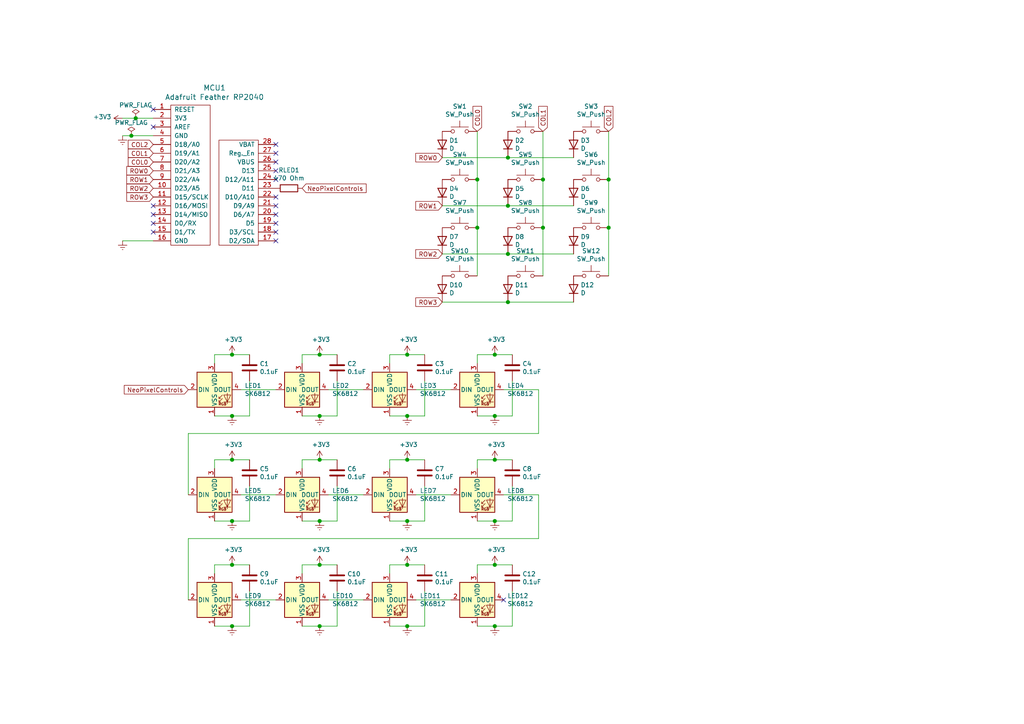
<source format=kicad_sch>
(kicad_sch (version 20210621) (generator eeschema)
  (paper "A4")
  (lib_symbols
    (symbol "MCU_AdafruitFeather:Adafruit_Feather_Conn" (pin_names (offset 1.016))
      (property "Reference" "J" (at -10.16 34.29 0))
      (property "Value" "Adafruit_Feather_Conn" (at 0 -8.89 0))
      (symbol "Adafruit_Feather_Conn_0_1"
        (rectangle (start -12.7 33.02) (end -1.27 -7.62))
        (rectangle (start 1.27 -7.62) (end 12.7 22.86))
      )
      (symbol "Adafruit_Feather_Conn_1_1"
        (pin input line (at -17.78 31.75 0) (length 5.08) (name "RESET") (number "1"))
        (pin input line (at -17.78 8.89 0) (length 5.08) (name "D23/A5") (number "10"))
        (pin input line (at -17.78 6.35 0) (length 5.08) (name "D15/SCLK") (number "11"))
        (pin input line (at -17.78 3.81 0) (length 5.08) (name "D16/MOSI") (number "12"))
        (pin input line (at -17.78 1.27 0) (length 5.08) (name "D14/MISO") (number "13"))
        (pin input line (at -17.78 -1.27 0) (length 5.08) (name "D0/RX") (number "14"))
        (pin input line (at -17.78 -3.81 0) (length 5.08) (name "D1/TX") (number "15"))
        (pin input line (at -17.78 -6.35 0) (length 5.08) (name "GND") (number "16"))
        (pin input line (at 17.78 -6.35 180) (length 5.08) (name "D2/SDA") (number "17"))
        (pin input line (at 17.78 -3.81 180) (length 5.08) (name "D3/SCL") (number "18"))
        (pin input line (at 17.78 -1.27 180) (length 5.08) (name "D5") (number "19"))
        (pin input line (at -17.78 29.21 0) (length 5.08) (name "3V3") (number "2"))
        (pin input line (at 17.78 1.27 180) (length 5.08) (name "D6/A7") (number "20"))
        (pin input line (at 17.78 3.81 180) (length 5.08) (name "D9/A9") (number "21"))
        (pin input line (at 17.78 6.35 180) (length 5.08) (name "D10/A10") (number "22"))
        (pin input line (at 17.78 8.89 180) (length 5.08) (name "D11") (number "23"))
        (pin input line (at 17.78 11.43 180) (length 5.08) (name "D12/A11") (number "24"))
        (pin input line (at 17.78 13.97 180) (length 5.08) (name "D13") (number "25"))
        (pin input line (at 17.78 16.51 180) (length 5.08) (name "VBUS") (number "26"))
        (pin passive line (at 17.78 19.05 180) (length 5.08) (name "Reg._En") (number "27"))
        (pin passive line (at 17.78 21.59 180) (length 5.08) (name "VBAT") (number "28"))
        (pin passive line (at -17.78 26.67 0) (length 5.08) (name "AREF") (number "3"))
        (pin input line (at -17.78 24.13 0) (length 5.08) (name "GND") (number "4"))
        (pin input line (at -17.78 21.59 0) (length 5.08) (name "D18/A0") (number "5"))
        (pin input line (at -17.78 19.05 0) (length 5.08) (name "D19/A1") (number "6"))
        (pin input line (at -17.78 16.51 0) (length 5.08) (name "D20/A2") (number "7"))
        (pin input line (at -17.78 13.97 0) (length 5.08) (name "D21/A3") (number "8"))
        (pin input line (at -17.78 11.43 0) (length 5.08) (name "D22/A4") (number "9"))
      )
    )
    (symbol "Macropad-rescue:+3V3-power" (power) (pin_names (offset 0))
      (property "Value" "+3V3-power" (at 0 3.556 0))
      (symbol "+3V3-power_0_1"
        (polyline (pts (xy -0.762 1.27) (xy 0 2.54)))
        (polyline (pts (xy 0 0) (xy 0 2.54)))
        (polyline (pts (xy 0 2.54) (xy 0.762 1.27)))
      )
      (symbol "+3V3-power_1_1"
        (pin power_in line (at 0 0 90) (length 0) hide (name "+3V3") (number "1"))
      )
    )
    (symbol "Macropad-rescue:C-Device" (pin_numbers hide) (pin_names (offset 0.254))
      (property "Reference" "C" (at 0.635 2.54 0))
      (property "Value" "C-Device" (at 0.635 -2.54 0))
      (symbol "C-Device_0_1"
        (polyline (pts (xy -2.032 -0.762) (xy 2.032 -0.762)) (stroke (width 0.508)))
        (polyline (pts (xy -2.032 0.762) (xy 2.032 0.762)) (stroke (width 0.508)))
      )
      (symbol "C-Device_1_1"
        (pin passive line (at 0 3.81 270) (length 2.794) (name "~") (number "1"))
        (pin passive line (at 0 -3.81 90) (length 2.794) (name "~") (number "2"))
      )
    )
    (symbol "Macropad-rescue:D-Device" (pin_numbers hide) (pin_names (offset 1.016) hide)
      (property "Reference" "D" (at 0 2.54 0))
      (property "Value" "D-Device" (at 0 -2.54 0))
      (symbol "D-Device_0_1"
        (polyline (pts (xy -1.27 1.27) (xy -1.27 -1.27)) (stroke (width 0.254)))
        (polyline (pts (xy 1.27 0) (xy -1.27 0)))
        (polyline (pts (xy 1.27 1.27) (xy 1.27 -1.27) (xy -1.27 0) (xy 1.27 1.27)) (stroke (width 0.254)))
      )
      (symbol "D-Device_1_1"
        (pin passive line (at -3.81 0 0) (length 2.54) (name "K") (number "1"))
        (pin passive line (at 3.81 0 180) (length 2.54) (name "A") (number "2"))
      )
    )
    (symbol "Macropad-rescue:Earth-power" (power) (pin_names (offset 0))
      (symbol "Earth-power_0_1"
        (polyline (pts (xy -0.635 -1.905) (xy 0.635 -1.905)))
        (polyline (pts (xy -0.127 -2.54) (xy 0.127 -2.54)))
        (polyline (pts (xy 0 -1.27) (xy 0 0)))
        (polyline (pts (xy 1.27 -1.27) (xy -1.27 -1.27)))
      )
      (symbol "Earth-power_1_1"
        (pin power_in line (at 0 0 270) (length 0) hide (name "Earth") (number "1"))
      )
    )
    (symbol "Macropad-rescue:R-Device" (pin_numbers hide) (pin_names (offset 0))
      (property "Reference" "R" (at 2.032 0 90))
      (property "Value" "R-Device" (at 0 0 90))
      (symbol "R-Device_0_1"
        (rectangle (start -1.016 -2.54) (end 1.016 2.54) (stroke (width 0.254)))
      )
      (symbol "R-Device_1_1"
        (pin passive line (at 0 3.81 270) (length 1.27) (name "~") (number "1"))
        (pin passive line (at 0 -3.81 90) (length 1.27) (name "~") (number "2"))
      )
    )
    (symbol "Macropad-rescue:SK6812-LED" (pin_names (offset 0.254))
      (property "Reference" "D" (at 5.08 5.715 0))
      (property "Value" "SK6812-LED" (at 1.27 -5.715 0))
      (symbol "SK6812-LED_0_0"
        (text "RGB" (at 2.286 -4.191 0) (effects (font (size 0.762 0.762))))
      )
      (symbol "SK6812-LED_0_1"
        (rectangle (start 5.08 5.08) (end -5.08 -5.08) (stroke (width 0.254)) (fill (type background)))
        (polyline (pts (xy 1.27 -3.556) (xy 1.778 -3.556)))
        (polyline (pts (xy 1.27 -2.54) (xy 1.778 -2.54)))
        (polyline (pts (xy 4.699 -3.556) (xy 2.667 -3.556)))
        (polyline (pts (xy 2.286 -2.54) (xy 1.27 -3.556) (xy 1.27 -3.048)))
        (polyline (pts (xy 2.286 -1.524) (xy 1.27 -2.54) (xy 1.27 -2.032)))
        (polyline (pts (xy 3.683 -1.016) (xy 3.683 -3.556) (xy 3.683 -4.064)))
        (polyline (pts (xy 4.699 -1.524) (xy 2.667 -1.524) (xy 3.683 -3.556) (xy 4.699 -1.524)))
      )
      (symbol "SK6812-LED_1_1"
        (pin power_in line (at 0 -7.62 90) (length 2.54) (name "VSS") (number "1"))
        (pin input line (at -7.62 0 0) (length 2.54) (name "DIN") (number "2"))
        (pin power_in line (at 0 7.62 270) (length 2.54) (name "VDD") (number "3"))
        (pin output line (at 7.62 0 180) (length 2.54) (name "DOUT") (number "4"))
      )
    )
    (symbol "Macropad-rescue:SW_Push-Switch" (pin_numbers hide) (pin_names (offset 1.016) hide)
      (property "Reference" "SW" (at 1.27 2.54 0))
      (property "Value" "SW_Push-Switch" (at 0 -1.524 0))
      (symbol "SW_Push-Switch_0_1"
        (circle (center -2.032 0) (radius 0.508))
        (circle (center 2.032 0) (radius 0.508))
        (polyline (pts (xy 0 1.27) (xy 0 3.048)))
        (polyline (pts (xy 2.54 1.27) (xy -2.54 1.27)))
        (pin passive line (at -5.08 0 0) (length 2.54) (name "1") (number "1"))
        (pin passive line (at 5.08 0 180) (length 2.54) (name "2") (number "2"))
      )
    )
    (symbol "power:PWR_FLAG" (power) (pin_numbers hide) (pin_names (offset 0) hide)
      (property "Value" "PWR_FLAG" (at 0 3.81 0))
      (symbol "PWR_FLAG_0_0"
        (pin power_out line (at 0 0 90) (length 0) (name "pwr") (number "1"))
      )
      (symbol "PWR_FLAG_0_1"
        (polyline (pts (xy 0 0) (xy 0 1.27) (xy -1.016 1.905) (xy 0 2.54) (xy 1.016 1.905) (xy 0 1.27)))
      )
    )
  )
  (junction (at 38.1 39.37) (diameter 1.016))
  (junction (at 39.37 34.29) (diameter 1.016))
  (junction (at 67.31 102.87) (diameter 1.016))
  (junction (at 67.31 120.65) (diameter 1.016))
  (junction (at 67.31 133.35) (diameter 1.016))
  (junction (at 67.31 151.13) (diameter 1.016))
  (junction (at 67.31 163.83) (diameter 1.016))
  (junction (at 67.31 181.61) (diameter 1.016))
  (junction (at 92.71 102.87) (diameter 1.016))
  (junction (at 92.71 120.65) (diameter 1.016))
  (junction (at 92.71 133.35) (diameter 1.016))
  (junction (at 92.71 151.13) (diameter 1.016))
  (junction (at 92.71 163.83) (diameter 1.016))
  (junction (at 92.71 181.61) (diameter 1.016))
  (junction (at 118.11 102.87) (diameter 1.016))
  (junction (at 118.11 120.65) (diameter 1.016))
  (junction (at 118.11 133.35) (diameter 1.016))
  (junction (at 118.11 151.13) (diameter 1.016))
  (junction (at 118.11 163.83) (diameter 1.016))
  (junction (at 118.11 181.61) (diameter 1.016))
  (junction (at 138.43 52.07) (diameter 1.016))
  (junction (at 138.43 66.04) (diameter 1.016))
  (junction (at 143.51 102.87) (diameter 1.016))
  (junction (at 143.51 120.65) (diameter 1.016))
  (junction (at 143.51 133.35) (diameter 1.016))
  (junction (at 143.51 151.13) (diameter 1.016))
  (junction (at 143.51 163.83) (diameter 1.016))
  (junction (at 143.51 181.61) (diameter 1.016))
  (junction (at 147.32 45.72) (diameter 1.016))
  (junction (at 147.32 59.69) (diameter 1.016))
  (junction (at 147.32 73.66) (diameter 1.016))
  (junction (at 147.32 87.63) (diameter 1.016))
  (junction (at 157.48 52.07) (diameter 1.016))
  (junction (at 157.48 66.04) (diameter 1.016))
  (junction (at 176.53 52.07) (diameter 1.016))
  (junction (at 176.53 66.04) (diameter 1.016))
  (no_connect (at 44.45 31.75))
  (no_connect (at 44.45 36.83))
  (no_connect (at 44.45 59.69))
  (no_connect (at 44.45 62.23))
  (no_connect (at 44.45 64.77))
  (no_connect (at 44.45 67.31))
  (no_connect (at 80.01 41.91))
  (no_connect (at 80.01 44.45))
  (no_connect (at 80.01 46.99))
  (no_connect (at 80.01 49.53))
  (no_connect (at 80.01 52.07))
  (no_connect (at 80.01 57.15))
  (no_connect (at 80.01 59.69))
  (no_connect (at 80.01 62.23))
  (no_connect (at 80.01 64.77))
  (no_connect (at 80.01 67.31))
  (no_connect (at 80.01 69.85))
  (no_connect (at 146.05 173.99))
  (wire (pts (xy 35.56 34.29) (xy 39.37 34.29)))
  (wire (pts (xy 35.56 39.37) (xy 38.1 39.37)))
  (wire (pts (xy 35.56 69.85) (xy 44.45 69.85)))
  (wire (pts (xy 38.1 39.37) (xy 44.45 39.37)))
  (wire (pts (xy 39.37 34.29) (xy 44.45 34.29)))
  (wire (pts (xy 54.61 125.73) (xy 54.61 143.51)))
  (wire (pts (xy 54.61 156.21) (xy 54.61 173.99)))
  (wire (pts (xy 62.23 102.87) (xy 62.23 105.41)))
  (wire (pts (xy 62.23 120.65) (xy 67.31 120.65)))
  (wire (pts (xy 62.23 133.35) (xy 62.23 135.89)))
  (wire (pts (xy 62.23 151.13) (xy 67.31 151.13)))
  (wire (pts (xy 62.23 163.83) (xy 62.23 166.37)))
  (wire (pts (xy 62.23 181.61) (xy 67.31 181.61)))
  (wire (pts (xy 67.31 102.87) (xy 62.23 102.87)))
  (wire (pts (xy 67.31 120.65) (xy 72.39 120.65)))
  (wire (pts (xy 67.31 133.35) (xy 62.23 133.35)))
  (wire (pts (xy 67.31 151.13) (xy 72.39 151.13)))
  (wire (pts (xy 67.31 163.83) (xy 62.23 163.83)))
  (wire (pts (xy 67.31 181.61) (xy 72.39 181.61)))
  (wire (pts (xy 72.39 102.87) (xy 67.31 102.87)))
  (wire (pts (xy 72.39 120.65) (xy 72.39 110.49)))
  (wire (pts (xy 72.39 133.35) (xy 67.31 133.35)))
  (wire (pts (xy 72.39 151.13) (xy 72.39 140.97)))
  (wire (pts (xy 72.39 163.83) (xy 67.31 163.83)))
  (wire (pts (xy 72.39 181.61) (xy 72.39 171.45)))
  (wire (pts (xy 80.01 113.03) (xy 69.85 113.03)))
  (wire (pts (xy 80.01 143.51) (xy 69.85 143.51)))
  (wire (pts (xy 80.01 173.99) (xy 69.85 173.99)))
  (wire (pts (xy 87.63 102.87) (xy 87.63 105.41)))
  (wire (pts (xy 87.63 120.65) (xy 92.71 120.65)))
  (wire (pts (xy 87.63 133.35) (xy 87.63 135.89)))
  (wire (pts (xy 87.63 151.13) (xy 92.71 151.13)))
  (wire (pts (xy 87.63 163.83) (xy 87.63 166.37)))
  (wire (pts (xy 87.63 181.61) (xy 92.71 181.61)))
  (wire (pts (xy 92.71 102.87) (xy 87.63 102.87)))
  (wire (pts (xy 92.71 120.65) (xy 97.79 120.65)))
  (wire (pts (xy 92.71 133.35) (xy 87.63 133.35)))
  (wire (pts (xy 92.71 151.13) (xy 97.79 151.13)))
  (wire (pts (xy 92.71 163.83) (xy 87.63 163.83)))
  (wire (pts (xy 92.71 181.61) (xy 97.79 181.61)))
  (wire (pts (xy 97.79 102.87) (xy 92.71 102.87)))
  (wire (pts (xy 97.79 120.65) (xy 97.79 110.49)))
  (wire (pts (xy 97.79 133.35) (xy 92.71 133.35)))
  (wire (pts (xy 97.79 151.13) (xy 97.79 140.97)))
  (wire (pts (xy 97.79 163.83) (xy 92.71 163.83)))
  (wire (pts (xy 97.79 181.61) (xy 97.79 171.45)))
  (wire (pts (xy 105.41 113.03) (xy 95.25 113.03)))
  (wire (pts (xy 105.41 143.51) (xy 95.25 143.51)))
  (wire (pts (xy 105.41 173.99) (xy 95.25 173.99)))
  (wire (pts (xy 113.03 102.87) (xy 113.03 105.41)))
  (wire (pts (xy 113.03 120.65) (xy 118.11 120.65)))
  (wire (pts (xy 113.03 133.35) (xy 113.03 135.89)))
  (wire (pts (xy 113.03 151.13) (xy 118.11 151.13)))
  (wire (pts (xy 113.03 163.83) (xy 113.03 166.37)))
  (wire (pts (xy 113.03 181.61) (xy 118.11 181.61)))
  (wire (pts (xy 118.11 102.87) (xy 113.03 102.87)))
  (wire (pts (xy 118.11 120.65) (xy 123.19 120.65)))
  (wire (pts (xy 118.11 133.35) (xy 113.03 133.35)))
  (wire (pts (xy 118.11 151.13) (xy 123.19 151.13)))
  (wire (pts (xy 118.11 163.83) (xy 113.03 163.83)))
  (wire (pts (xy 118.11 181.61) (xy 123.19 181.61)))
  (wire (pts (xy 123.19 102.87) (xy 118.11 102.87)))
  (wire (pts (xy 123.19 120.65) (xy 123.19 110.49)))
  (wire (pts (xy 123.19 133.35) (xy 118.11 133.35)))
  (wire (pts (xy 123.19 151.13) (xy 123.19 140.97)))
  (wire (pts (xy 123.19 163.83) (xy 118.11 163.83)))
  (wire (pts (xy 123.19 181.61) (xy 123.19 171.45)))
  (wire (pts (xy 128.27 45.72) (xy 147.32 45.72)))
  (wire (pts (xy 128.27 59.69) (xy 147.32 59.69)))
  (wire (pts (xy 128.27 73.66) (xy 147.32 73.66)))
  (wire (pts (xy 128.27 87.63) (xy 147.32 87.63)))
  (wire (pts (xy 130.81 113.03) (xy 120.65 113.03)))
  (wire (pts (xy 130.81 143.51) (xy 120.65 143.51)))
  (wire (pts (xy 130.81 173.99) (xy 120.65 173.99)))
  (wire (pts (xy 138.43 38.1) (xy 138.43 52.07)))
  (wire (pts (xy 138.43 52.07) (xy 138.43 66.04)))
  (wire (pts (xy 138.43 66.04) (xy 138.43 80.01)))
  (wire (pts (xy 138.43 102.87) (xy 138.43 105.41)))
  (wire (pts (xy 138.43 120.65) (xy 143.51 120.65)))
  (wire (pts (xy 138.43 133.35) (xy 138.43 135.89)))
  (wire (pts (xy 138.43 151.13) (xy 143.51 151.13)))
  (wire (pts (xy 138.43 163.83) (xy 138.43 166.37)))
  (wire (pts (xy 138.43 181.61) (xy 143.51 181.61)))
  (wire (pts (xy 143.51 102.87) (xy 138.43 102.87)))
  (wire (pts (xy 143.51 120.65) (xy 148.59 120.65)))
  (wire (pts (xy 143.51 133.35) (xy 138.43 133.35)))
  (wire (pts (xy 143.51 151.13) (xy 148.59 151.13)))
  (wire (pts (xy 143.51 163.83) (xy 138.43 163.83)))
  (wire (pts (xy 143.51 181.61) (xy 148.59 181.61)))
  (wire (pts (xy 146.05 113.03) (xy 156.21 113.03)))
  (wire (pts (xy 146.05 143.51) (xy 156.21 143.51)))
  (wire (pts (xy 147.32 45.72) (xy 166.37 45.72)))
  (wire (pts (xy 147.32 59.69) (xy 166.37 59.69)))
  (wire (pts (xy 147.32 73.66) (xy 166.37 73.66)))
  (wire (pts (xy 147.32 87.63) (xy 166.37 87.63)))
  (wire (pts (xy 148.59 102.87) (xy 143.51 102.87)))
  (wire (pts (xy 148.59 120.65) (xy 148.59 110.49)))
  (wire (pts (xy 148.59 133.35) (xy 143.51 133.35)))
  (wire (pts (xy 148.59 151.13) (xy 148.59 140.97)))
  (wire (pts (xy 148.59 163.83) (xy 143.51 163.83)))
  (wire (pts (xy 148.59 181.61) (xy 148.59 171.45)))
  (wire (pts (xy 156.21 113.03) (xy 156.21 125.73)))
  (wire (pts (xy 156.21 125.73) (xy 54.61 125.73)))
  (wire (pts (xy 156.21 143.51) (xy 156.21 156.21)))
  (wire (pts (xy 156.21 156.21) (xy 54.61 156.21)))
  (wire (pts (xy 157.48 38.1) (xy 157.48 52.07)))
  (wire (pts (xy 157.48 52.07) (xy 157.48 66.04)))
  (wire (pts (xy 157.48 66.04) (xy 157.48 80.01)))
  (wire (pts (xy 176.53 38.1) (xy 176.53 52.07)))
  (wire (pts (xy 176.53 52.07) (xy 176.53 66.04)))
  (wire (pts (xy 176.53 66.04) (xy 176.53 80.01)))
  (global_label "COL2" (shape input) (at 44.45 41.91 180) (property "Intersheet References" "${INTERSHEET_REFS}" (effects hide)))
  (global_label "COL1" (shape input) (at 44.45 44.45 180) (property "Intersheet References" "${INTERSHEET_REFS}" (effects hide)))
  (global_label "COL0" (shape input) (at 44.45 46.99 180) (property "Intersheet References" "${INTERSHEET_REFS}" (effects hide)))
  (global_label "ROW0" (shape input) (at 44.45 49.53 180) (property "Intersheet References" "${INTERSHEET_REFS}" (effects hide)))
  (global_label "ROW1" (shape input) (at 44.45 52.07 180) (property "Intersheet References" "${INTERSHEET_REFS}" (effects hide)))
  (global_label "ROW2" (shape input) (at 44.45 54.61 180) (property "Intersheet References" "${INTERSHEET_REFS}" (effects hide)))
  (global_label "ROW3" (shape input) (at 44.45 57.15 180) (property "Intersheet References" "${INTERSHEET_REFS}" (effects hide)))
  (global_label "NeoPixelControls" (shape input) (at 54.61 113.03 180) (property "Intersheet References" "${INTERSHEET_REFS}" (effects hide)))
  (global_label "NeoPixelControls" (shape input) (at 87.63 54.61 0) (property "Intersheet References" "${INTERSHEET_REFS}" (effects hide)))
  (global_label "ROW0" (shape input) (at 128.27 45.72 180) (property "Intersheet References" "${INTERSHEET_REFS}" (effects hide)))
  (global_label "ROW1" (shape input) (at 128.27 59.69 180) (property "Intersheet References" "${INTERSHEET_REFS}" (effects hide)))
  (global_label "ROW2" (shape input) (at 128.27 73.66 180) (property "Intersheet References" "${INTERSHEET_REFS}" (effects hide)))
  (global_label "ROW3" (shape input) (at 128.27 87.63 180) (property "Intersheet References" "${INTERSHEET_REFS}" (effects hide)))
  (global_label "COL0" (shape input) (at 138.43 38.1 90) (property "Intersheet References" "${INTERSHEET_REFS}" (effects hide)))
  (global_label "COL1" (shape input) (at 157.48 38.1 90) (property "Intersheet References" "${INTERSHEET_REFS}" (effects hide)))
  (global_label "COL2" (shape input) (at 176.53 38.1 90) (property "Intersheet References" "${INTERSHEET_REFS}" (effects hide)))
  (symbol (lib_id "Macropad-rescue:+3V3-power") (at 35.56 34.29 90) (unit 1)
    (property "Reference" "#PWR01" (effects hide))
    (property "Value" "+3V3" (at 32.3088 33.909 90) (effects (justify left)))
  )
  (symbol (lib_id "Macropad-rescue:+3V3-power") (at 67.31 102.87 0) (unit 1)
    (property "Reference" "#PWR04" (effects hide))
    (property "Value" "+3V3" (at 67.691 98.4758 0))
  )
  (symbol (lib_id "Macropad-rescue:+3V3-power") (at 67.31 133.35 0) (unit 1)
    (property "Reference" "#PWR012" (effects hide))
    (property "Value" "+3V3" (at 67.691 128.9558 0))
  )
  (symbol (lib_id "Macropad-rescue:+3V3-power") (at 67.31 163.83 0) (unit 1)
    (property "Reference" "#PWR020" (effects hide))
    (property "Value" "+3V3" (at 67.691 159.4358 0))
  )
  (symbol (lib_id "Macropad-rescue:+3V3-power") (at 92.71 102.87 0) (unit 1)
    (property "Reference" "#PWR05" (effects hide))
    (property "Value" "+3V3" (at 93.091 98.4758 0))
  )
  (symbol (lib_id "Macropad-rescue:+3V3-power") (at 92.71 133.35 0) (unit 1)
    (property "Reference" "#PWR013" (effects hide))
    (property "Value" "+3V3" (at 93.091 128.9558 0))
  )
  (symbol (lib_id "Macropad-rescue:+3V3-power") (at 92.71 163.83 0) (unit 1)
    (property "Reference" "#PWR021" (effects hide))
    (property "Value" "+3V3" (at 93.091 159.4358 0))
  )
  (symbol (lib_id "Macropad-rescue:+3V3-power") (at 118.11 102.87 0) (unit 1)
    (property "Reference" "#PWR06" (effects hide))
    (property "Value" "+3V3" (at 118.491 98.4758 0))
  )
  (symbol (lib_id "Macropad-rescue:+3V3-power") (at 118.11 133.35 0) (unit 1)
    (property "Reference" "#PWR014" (effects hide))
    (property "Value" "+3V3" (at 118.491 128.9558 0))
  )
  (symbol (lib_id "Macropad-rescue:+3V3-power") (at 118.11 163.83 0) (unit 1)
    (property "Reference" "#PWR022" (effects hide))
    (property "Value" "+3V3" (at 118.491 159.4358 0))
  )
  (symbol (lib_id "Macropad-rescue:+3V3-power") (at 143.51 102.87 0) (unit 1)
    (property "Reference" "#PWR07" (effects hide))
    (property "Value" "+3V3" (at 143.891 98.4758 0))
  )
  (symbol (lib_id "Macropad-rescue:+3V3-power") (at 143.51 133.35 0) (unit 1)
    (property "Reference" "#PWR015" (effects hide))
    (property "Value" "+3V3" (at 143.891 128.9558 0))
  )
  (symbol (lib_id "Macropad-rescue:+3V3-power") (at 143.51 163.83 0) (unit 1)
    (property "Reference" "#PWR023" (effects hide))
    (property "Value" "+3V3" (at 143.891 159.4358 0))
  )
  (symbol (lib_id "power:PWR_FLAG") (at 38.1 39.37 0) (unit 1)
    (property "Reference" "#FLG02" (effects hide))
    (property "Value" "PWR_FLAG" (at 38.1 35.56 0))
  )
  (symbol (lib_id "power:PWR_FLAG") (at 39.37 34.29 0) (unit 1)
    (property "Reference" "#FLG01" (effects hide))
    (property "Value" "PWR_FLAG" (at 39.37 30.48 0))
  )
  (symbol (lib_id "Macropad-rescue:Earth-power") (at 35.56 39.37 0) (unit 1)
    (property "Reference" "#PWR02" (effects hide))
    (property "Value" "Earth" (effects hide))
  )
  (symbol (lib_id "Macropad-rescue:Earth-power") (at 35.56 69.85 0) (unit 1)
    (property "Reference" "#PWR03" (effects hide))
    (property "Value" "Earth" (effects hide))
  )
  (symbol (lib_id "Macropad-rescue:Earth-power") (at 67.31 120.65 0) (unit 1)
    (property "Reference" "#PWR08" (effects hide))
    (property "Value" "Earth" (effects hide))
  )
  (symbol (lib_id "Macropad-rescue:Earth-power") (at 67.31 151.13 0) (unit 1)
    (property "Reference" "#PWR016" (effects hide))
    (property "Value" "Earth" (effects hide))
  )
  (symbol (lib_id "Macropad-rescue:Earth-power") (at 67.31 181.61 0) (unit 1)
    (property "Reference" "#PWR024" (effects hide))
    (property "Value" "Earth" (effects hide))
  )
  (symbol (lib_id "Macropad-rescue:Earth-power") (at 92.71 120.65 0) (unit 1)
    (property "Reference" "#PWR09" (effects hide))
    (property "Value" "Earth" (effects hide))
  )
  (symbol (lib_id "Macropad-rescue:Earth-power") (at 92.71 151.13 0) (unit 1)
    (property "Reference" "#PWR017" (effects hide))
    (property "Value" "Earth" (effects hide))
  )
  (symbol (lib_id "Macropad-rescue:Earth-power") (at 92.71 181.61 0) (unit 1)
    (property "Reference" "#PWR025" (effects hide))
    (property "Value" "Earth" (effects hide))
  )
  (symbol (lib_id "Macropad-rescue:Earth-power") (at 118.11 120.65 0) (unit 1)
    (property "Reference" "#PWR010" (effects hide))
    (property "Value" "Earth" (effects hide))
  )
  (symbol (lib_id "Macropad-rescue:Earth-power") (at 118.11 151.13 0) (unit 1)
    (property "Reference" "#PWR018" (effects hide))
    (property "Value" "Earth" (effects hide))
  )
  (symbol (lib_id "Macropad-rescue:Earth-power") (at 118.11 181.61 0) (unit 1)
    (property "Reference" "#PWR026" (effects hide))
    (property "Value" "Earth" (effects hide))
  )
  (symbol (lib_id "Macropad-rescue:Earth-power") (at 143.51 120.65 0) (unit 1)
    (property "Reference" "#PWR011" (effects hide))
    (property "Value" "Earth" (effects hide))
  )
  (symbol (lib_id "Macropad-rescue:Earth-power") (at 143.51 151.13 0) (unit 1)
    (property "Reference" "#PWR019" (effects hide))
    (property "Value" "Earth" (effects hide))
  )
  (symbol (lib_id "Macropad-rescue:Earth-power") (at 143.51 181.61 0) (unit 1)
    (property "Reference" "#PWR027" (effects hide))
    (property "Value" "Earth" (effects hide))
  )
  (symbol (lib_id "Macropad-rescue:R-Device") (at 83.82 54.61 270) (unit 1)
    (property "Reference" "RLED1" (at 83.82 49.3522 90))
    (property "Value" "470 Ohm" (at 83.82 51.6636 90))
    (property "Footprint" "Resistor_THT:R_Axial_DIN0207_L6.3mm_D2.5mm_P10.16mm_Horizontal" (effects hide))
  )
  (symbol (lib_id "Macropad-rescue:D-Device") (at 128.27 41.91 90) (unit 1)
    (property "Reference" "D1" (at 130.302 40.7416 90) (effects (justify right)))
    (property "Value" "D" (at 130.302 43.053 90) (effects (justify right)))
    (property "Footprint" "Diode_SMD:D_SOD-123" (effects hide))
  )
  (symbol (lib_id "Macropad-rescue:D-Device") (at 128.27 55.88 90) (unit 1)
    (property "Reference" "D4" (at 130.302 54.7116 90) (effects (justify right)))
    (property "Value" "D" (at 130.302 57.023 90) (effects (justify right)))
    (property "Footprint" "Diode_SMD:D_SOD-123" (effects hide))
  )
  (symbol (lib_id "Macropad-rescue:D-Device") (at 128.27 69.85 90) (unit 1)
    (property "Reference" "D7" (at 130.302 68.6816 90) (effects (justify right)))
    (property "Value" "D" (at 130.302 70.993 90) (effects (justify right)))
    (property "Footprint" "Diode_SMD:D_SOD-123" (effects hide))
  )
  (symbol (lib_id "Macropad-rescue:D-Device") (at 128.27 83.82 90) (unit 1)
    (property "Reference" "D10" (at 130.302 82.6516 90) (effects (justify right)))
    (property "Value" "D" (at 130.302 84.963 90) (effects (justify right)))
    (property "Footprint" "Diode_SMD:D_SOD-123" (effects hide))
  )
  (symbol (lib_id "Macropad-rescue:D-Device") (at 147.32 41.91 90) (unit 1)
    (property "Reference" "D2" (at 149.352 40.7416 90) (effects (justify right)))
    (property "Value" "D" (at 149.352 43.053 90) (effects (justify right)))
    (property "Footprint" "Diode_SMD:D_SOD-123" (effects hide))
  )
  (symbol (lib_id "Macropad-rescue:D-Device") (at 147.32 55.88 90) (unit 1)
    (property "Reference" "D5" (at 149.352 54.7116 90) (effects (justify right)))
    (property "Value" "D" (at 149.352 57.023 90) (effects (justify right)))
    (property "Footprint" "Diode_SMD:D_SOD-123" (effects hide))
  )
  (symbol (lib_id "Macropad-rescue:D-Device") (at 147.32 69.85 90) (unit 1)
    (property "Reference" "D8" (at 149.352 68.6816 90) (effects (justify right)))
    (property "Value" "D" (at 149.352 70.993 90) (effects (justify right)))
    (property "Footprint" "Diode_SMD:D_SOD-123" (effects hide))
  )
  (symbol (lib_id "Macropad-rescue:D-Device") (at 147.32 83.82 90) (unit 1)
    (property "Reference" "D11" (at 149.352 82.6516 90) (effects (justify right)))
    (property "Value" "D" (at 149.352 84.963 90) (effects (justify right)))
    (property "Footprint" "Diode_SMD:D_SOD-123" (effects hide))
  )
  (symbol (lib_id "Macropad-rescue:D-Device") (at 166.37 41.91 90) (unit 1)
    (property "Reference" "D3" (at 168.402 40.7416 90) (effects (justify right)))
    (property "Value" "D" (at 168.402 43.053 90) (effects (justify right)))
    (property "Footprint" "Diode_SMD:D_SOD-123" (effects hide))
  )
  (symbol (lib_id "Macropad-rescue:D-Device") (at 166.37 55.88 90) (unit 1)
    (property "Reference" "D6" (at 168.402 54.7116 90) (effects (justify right)))
    (property "Value" "D" (at 168.402 57.023 90) (effects (justify right)))
    (property "Footprint" "Diode_SMD:D_SOD-123" (effects hide))
  )
  (symbol (lib_id "Macropad-rescue:D-Device") (at 166.37 69.85 90) (unit 1)
    (property "Reference" "D9" (at 168.402 68.6816 90) (effects (justify right)))
    (property "Value" "D" (at 168.402 70.993 90) (effects (justify right)))
    (property "Footprint" "Diode_SMD:D_SOD-123" (effects hide))
  )
  (symbol (lib_id "Macropad-rescue:D-Device") (at 166.37 83.82 90) (unit 1)
    (property "Reference" "D12" (at 168.402 82.6516 90) (effects (justify right)))
    (property "Value" "D" (at 168.402 84.963 90) (effects (justify right)))
    (property "Footprint" "Diode_SMD:D_SOD-123" (effects hide))
  )
  (symbol (lib_id "Macropad-rescue:C-Device") (at 72.39 106.68 0) (unit 1)
    (property "Reference" "C1" (at 75.311 105.5116 0) (effects (justify left)))
    (property "Value" "0.1uF" (at 75.311 107.823 0) (effects (justify left)))
    (property "Footprint" "Capacitor_SMD:C_0805_2012Metric_Pad1.18x1.45mm_HandSolder" (effects hide))
  )
  (symbol (lib_id "Macropad-rescue:C-Device") (at 72.39 137.16 0) (unit 1)
    (property "Reference" "C5" (at 75.311 135.9916 0) (effects (justify left)))
    (property "Value" "0.1uF" (at 75.311 138.303 0) (effects (justify left)))
    (property "Footprint" "Capacitor_SMD:C_0805_2012Metric_Pad1.18x1.45mm_HandSolder" (effects hide))
  )
  (symbol (lib_id "Macropad-rescue:C-Device") (at 72.39 167.64 0) (unit 1)
    (property "Reference" "C9" (at 75.311 166.4716 0) (effects (justify left)))
    (property "Value" "0.1uF" (at 75.311 168.783 0) (effects (justify left)))
    (property "Footprint" "Capacitor_SMD:C_0805_2012Metric_Pad1.18x1.45mm_HandSolder" (effects hide))
  )
  (symbol (lib_id "Macropad-rescue:C-Device") (at 97.79 106.68 0) (unit 1)
    (property "Reference" "C2" (at 100.711 105.5116 0) (effects (justify left)))
    (property "Value" "0.1uF" (at 100.711 107.823 0) (effects (justify left)))
    (property "Footprint" "Capacitor_SMD:C_0805_2012Metric_Pad1.18x1.45mm_HandSolder" (effects hide))
  )
  (symbol (lib_id "Macropad-rescue:C-Device") (at 97.79 137.16 0) (unit 1)
    (property "Reference" "C6" (at 100.711 135.9916 0) (effects (justify left)))
    (property "Value" "0.1uF" (at 100.711 138.303 0) (effects (justify left)))
    (property "Footprint" "Capacitor_SMD:C_0805_2012Metric_Pad1.18x1.45mm_HandSolder" (effects hide))
  )
  (symbol (lib_id "Macropad-rescue:C-Device") (at 97.79 167.64 0) (unit 1)
    (property "Reference" "C10" (at 100.711 166.4716 0) (effects (justify left)))
    (property "Value" "0.1uF" (at 100.711 168.783 0) (effects (justify left)))
    (property "Footprint" "Capacitor_SMD:C_0805_2012Metric_Pad1.18x1.45mm_HandSolder" (effects hide))
  )
  (symbol (lib_id "Macropad-rescue:C-Device") (at 123.19 106.68 0) (unit 1)
    (property "Reference" "C3" (at 126.111 105.5116 0) (effects (justify left)))
    (property "Value" "0.1uF" (at 126.111 107.823 0) (effects (justify left)))
    (property "Footprint" "Capacitor_SMD:C_0805_2012Metric_Pad1.18x1.45mm_HandSolder" (effects hide))
  )
  (symbol (lib_id "Macropad-rescue:C-Device") (at 123.19 137.16 0) (unit 1)
    (property "Reference" "C7" (at 126.111 135.9916 0) (effects (justify left)))
    (property "Value" "0.1uF" (at 126.111 138.303 0) (effects (justify left)))
    (property "Footprint" "Capacitor_SMD:C_0805_2012Metric_Pad1.18x1.45mm_HandSolder" (effects hide))
  )
  (symbol (lib_id "Macropad-rescue:C-Device") (at 123.19 167.64 0) (unit 1)
    (property "Reference" "C11" (at 126.111 166.4716 0) (effects (justify left)))
    (property "Value" "0.1uF" (at 126.111 168.783 0) (effects (justify left)))
    (property "Footprint" "Capacitor_SMD:C_0805_2012Metric_Pad1.18x1.45mm_HandSolder" (effects hide))
  )
  (symbol (lib_id "Macropad-rescue:C-Device") (at 148.59 106.68 0) (unit 1)
    (property "Reference" "C4" (at 151.511 105.5116 0) (effects (justify left)))
    (property "Value" "0.1uF" (at 151.511 107.823 0) (effects (justify left)))
    (property "Footprint" "Capacitor_SMD:C_0805_2012Metric_Pad1.18x1.45mm_HandSolder" (effects hide))
  )
  (symbol (lib_id "Macropad-rescue:C-Device") (at 148.59 137.16 0) (unit 1)
    (property "Reference" "C8" (at 151.511 135.9916 0) (effects (justify left)))
    (property "Value" "0.1uF" (at 151.511 138.303 0) (effects (justify left)))
    (property "Footprint" "Capacitor_SMD:C_0805_2012Metric_Pad1.18x1.45mm_HandSolder" (effects hide))
  )
  (symbol (lib_id "Macropad-rescue:C-Device") (at 148.59 167.64 0) (unit 1)
    (property "Reference" "C12" (at 151.511 166.4716 0) (effects (justify left)))
    (property "Value" "0.1uF" (at 151.511 168.783 0) (effects (justify left)))
    (property "Footprint" "Capacitor_SMD:C_0805_2012Metric_Pad1.18x1.45mm_HandSolder" (effects hide))
  )
  (symbol (lib_id "Macropad-rescue:SW_Push-Switch") (at 133.35 38.1 0) (unit 1)
    (property "Reference" "SW1" (at 133.35 30.861 0))
    (property "Value" "SW_Push" (at 133.35 33.1724 0))
    (property "Footprint" "Switch_Keyboard_Kailh:SW_Hotswap_Kailh_1.00u" (effects hide))
  )
  (symbol (lib_id "Macropad-rescue:SW_Push-Switch") (at 133.35 52.07 0) (unit 1)
    (property "Reference" "SW4" (at 133.35 44.831 0))
    (property "Value" "SW_Push" (at 133.35 47.1424 0))
    (property "Footprint" "Switch_Keyboard_Kailh:SW_Hotswap_Kailh_1.00u" (effects hide))
  )
  (symbol (lib_id "Macropad-rescue:SW_Push-Switch") (at 133.35 66.04 0) (unit 1)
    (property "Reference" "SW7" (at 133.35 58.801 0))
    (property "Value" "SW_Push" (at 133.35 61.1124 0))
    (property "Footprint" "Switch_Keyboard_Kailh:SW_Hotswap_Kailh_1.00u" (effects hide))
  )
  (symbol (lib_id "Macropad-rescue:SW_Push-Switch") (at 133.35 80.01 0) (unit 1)
    (property "Reference" "SW10" (at 133.35 72.771 0))
    (property "Value" "SW_Push" (at 133.35 75.0824 0))
    (property "Footprint" "Switch_Keyboard_Kailh:SW_Hotswap_Kailh_1.00u" (effects hide))
  )
  (symbol (lib_id "Macropad-rescue:SW_Push-Switch") (at 152.4 38.1 0) (unit 1)
    (property "Reference" "SW2" (at 152.4 30.861 0))
    (property "Value" "SW_Push" (at 152.4 33.1724 0))
    (property "Footprint" "Switch_Keyboard_Kailh:SW_Hotswap_Kailh_1.00u" (effects hide))
  )
  (symbol (lib_id "Macropad-rescue:SW_Push-Switch") (at 152.4 52.07 0) (unit 1)
    (property "Reference" "SW5" (at 152.4 44.831 0))
    (property "Value" "SW_Push" (at 152.4 47.1424 0))
    (property "Footprint" "Switch_Keyboard_Kailh:SW_Hotswap_Kailh_1.00u" (effects hide))
  )
  (symbol (lib_id "Macropad-rescue:SW_Push-Switch") (at 152.4 66.04 0) (unit 1)
    (property "Reference" "SW8" (at 152.4 58.801 0))
    (property "Value" "SW_Push" (at 152.4 61.1124 0))
    (property "Footprint" "Switch_Keyboard_Kailh:SW_Hotswap_Kailh_1.00u" (effects hide))
  )
  (symbol (lib_id "Macropad-rescue:SW_Push-Switch") (at 152.4 80.01 0) (unit 1)
    (property "Reference" "SW11" (at 152.4 72.771 0))
    (property "Value" "SW_Push" (at 152.4 75.0824 0))
    (property "Footprint" "Switch_Keyboard_Kailh:SW_Hotswap_Kailh_1.00u" (effects hide))
  )
  (symbol (lib_id "Macropad-rescue:SW_Push-Switch") (at 171.45 38.1 0) (unit 1)
    (property "Reference" "SW3" (at 171.45 30.861 0))
    (property "Value" "SW_Push" (at 171.45 33.1724 0))
    (property "Footprint" "Switch_Keyboard_Kailh:SW_Hotswap_Kailh_1.00u" (effects hide))
  )
  (symbol (lib_id "Macropad-rescue:SW_Push-Switch") (at 171.45 52.07 0) (unit 1)
    (property "Reference" "SW6" (at 171.45 44.831 0))
    (property "Value" "SW_Push" (at 171.45 47.1424 0))
    (property "Footprint" "Switch_Keyboard_Kailh:SW_Hotswap_Kailh_1.00u" (effects hide))
  )
  (symbol (lib_id "Macropad-rescue:SW_Push-Switch") (at 171.45 66.04 0) (unit 1)
    (property "Reference" "SW9" (at 171.45 58.801 0))
    (property "Value" "SW_Push" (at 171.45 61.1124 0))
    (property "Footprint" "Switch_Keyboard_Kailh:SW_Hotswap_Kailh_1.00u" (effects hide))
  )
  (symbol (lib_id "Macropad-rescue:SW_Push-Switch") (at 171.45 80.01 0) (unit 1)
    (property "Reference" "SW12" (at 171.45 72.771 0))
    (property "Value" "SW_Push" (at 171.45 75.0824 0))
    (property "Footprint" "Switch_Keyboard_Kailh:SW_Hotswap_Kailh_1.00u" (effects hide))
  )
  (symbol (lib_id "Macropad-rescue:SK6812-LED") (at 62.23 113.03 0) (unit 1)
    (property "Reference" "LED1" (at 70.9676 111.8616 0) (effects (justify left)))
    (property "Value" "SK6812" (at 70.9676 114.173 0) (effects (justify left)))
    (property "Footprint" "kicad-keyboard-parts:MX_SK6812MINI-E_REV" (effects hide))
    (property "Datasheet" "https://cdn-shop.adafruit.com/product-files/1138/SK6812+LED+datasheet+.pdf" (effects hide))
  )
  (symbol (lib_id "Macropad-rescue:SK6812-LED") (at 62.23 143.51 0) (unit 1)
    (property "Reference" "LED5" (at 70.9676 142.3416 0) (effects (justify left)))
    (property "Value" "SK6812" (at 70.9676 144.653 0) (effects (justify left)))
    (property "Footprint" "kicad-keyboard-parts:MX_SK6812MINI-E_REV" (effects hide))
    (property "Datasheet" "https://cdn-shop.adafruit.com/product-files/1138/SK6812+LED+datasheet+.pdf" (effects hide))
  )
  (symbol (lib_id "Macropad-rescue:SK6812-LED") (at 62.23 173.99 0) (unit 1)
    (property "Reference" "LED9" (at 70.9676 172.8216 0) (effects (justify left)))
    (property "Value" "SK6812" (at 70.9676 175.133 0) (effects (justify left)))
    (property "Footprint" "kicad-keyboard-parts:MX_SK6812MINI-E_REV" (effects hide))
    (property "Datasheet" "https://cdn-shop.adafruit.com/product-files/1138/SK6812+LED+datasheet+.pdf" (effects hide))
  )
  (symbol (lib_id "Macropad-rescue:SK6812-LED") (at 87.63 113.03 0) (unit 1)
    (property "Reference" "LED2" (at 96.3676 111.8616 0) (effects (justify left)))
    (property "Value" "SK6812" (at 96.3676 114.173 0) (effects (justify left)))
    (property "Footprint" "kicad-keyboard-parts:MX_SK6812MINI-E_REV" (effects hide))
    (property "Datasheet" "https://cdn-shop.adafruit.com/product-files/1138/SK6812+LED+datasheet+.pdf" (effects hide))
  )
  (symbol (lib_id "Macropad-rescue:SK6812-LED") (at 87.63 143.51 0) (unit 1)
    (property "Reference" "LED6" (at 96.3676 142.3416 0) (effects (justify left)))
    (property "Value" "SK6812" (at 96.3676 144.653 0) (effects (justify left)))
    (property "Footprint" "kicad-keyboard-parts:MX_SK6812MINI-E_REV" (effects hide))
    (property "Datasheet" "https://cdn-shop.adafruit.com/product-files/1138/SK6812+LED+datasheet+.pdf" (effects hide))
  )
  (symbol (lib_id "Macropad-rescue:SK6812-LED") (at 87.63 173.99 0) (unit 1)
    (property "Reference" "LED10" (at 96.3676 172.8216 0) (effects (justify left)))
    (property "Value" "SK6812" (at 96.3676 175.133 0) (effects (justify left)))
    (property "Footprint" "kicad-keyboard-parts:MX_SK6812MINI-E_REV" (effects hide))
    (property "Datasheet" "https://cdn-shop.adafruit.com/product-files/1138/SK6812+LED+datasheet+.pdf" (effects hide))
  )
  (symbol (lib_id "Macropad-rescue:SK6812-LED") (at 113.03 113.03 0) (unit 1)
    (property "Reference" "LED3" (at 121.7676 111.8616 0) (effects (justify left)))
    (property "Value" "SK6812" (at 121.7676 114.173 0) (effects (justify left)))
    (property "Footprint" "kicad-keyboard-parts:MX_SK6812MINI-E_REV" (effects hide))
    (property "Datasheet" "https://cdn-shop.adafruit.com/product-files/1138/SK6812+LED+datasheet+.pdf" (effects hide))
  )
  (symbol (lib_id "Macropad-rescue:SK6812-LED") (at 113.03 143.51 0) (unit 1)
    (property "Reference" "LED7" (at 121.7676 142.3416 0) (effects (justify left)))
    (property "Value" "SK6812" (at 121.7676 144.653 0) (effects (justify left)))
    (property "Footprint" "kicad-keyboard-parts:MX_SK6812MINI-E_REV" (effects hide))
    (property "Datasheet" "https://cdn-shop.adafruit.com/product-files/1138/SK6812+LED+datasheet+.pdf" (effects hide))
  )
  (symbol (lib_id "Macropad-rescue:SK6812-LED") (at 113.03 173.99 0) (unit 1)
    (property "Reference" "LED11" (at 121.7676 172.8216 0) (effects (justify left)))
    (property "Value" "SK6812" (at 121.7676 175.133 0) (effects (justify left)))
    (property "Footprint" "kicad-keyboard-parts:MX_SK6812MINI-E_REV" (effects hide))
    (property "Datasheet" "https://cdn-shop.adafruit.com/product-files/1138/SK6812+LED+datasheet+.pdf" (effects hide))
  )
  (symbol (lib_id "Macropad-rescue:SK6812-LED") (at 138.43 113.03 0) (unit 1)
    (property "Reference" "LED4" (at 147.1676 111.8616 0) (effects (justify left)))
    (property "Value" "SK6812" (at 147.1676 114.173 0) (effects (justify left)))
    (property "Footprint" "kicad-keyboard-parts:MX_SK6812MINI-E_REV" (effects hide))
    (property "Datasheet" "https://cdn-shop.adafruit.com/product-files/1138/SK6812+LED+datasheet+.pdf" (effects hide))
  )
  (symbol (lib_id "Macropad-rescue:SK6812-LED") (at 138.43 143.51 0) (unit 1)
    (property "Reference" "LED8" (at 147.1676 142.3416 0) (effects (justify left)))
    (property "Value" "SK6812" (at 147.1676 144.653 0) (effects (justify left)))
    (property "Footprint" "kicad-keyboard-parts:MX_SK6812MINI-E_REV" (effects hide))
    (property "Datasheet" "https://cdn-shop.adafruit.com/product-files/1138/SK6812+LED+datasheet+.pdf" (effects hide))
  )
  (symbol (lib_id "Macropad-rescue:SK6812-LED") (at 138.43 173.99 0) (unit 1)
    (property "Reference" "LED12" (at 147.1676 172.8216 0) (effects (justify left)))
    (property "Value" "SK6812" (at 147.1676 175.133 0) (effects (justify left)))
    (property "Footprint" "kicad-keyboard-parts:MX_SK6812MINI-E_REV" (effects hide))
    (property "Datasheet" "https://cdn-shop.adafruit.com/product-files/1138/SK6812+LED+datasheet+.pdf" (effects hide))
  )
  (symbol (lib_id "MCU_AdafruitFeather:Adafruit_Feather_Conn") (at 62.23 63.5 0) (unit 1)
    (property "Reference" "MCU1" (at 62.23 25.4762 0) (effects (font (size 1.524 1.524))))
    (property "Value" "Adafruit Feather RP2040" (at 62.23 28.1686 0) (effects (font (size 1.524 1.524))))
    (property "Footprint" "AdafruitFeather:Adafruit_Feather_conn.kicad_mod" (effects hide))
  )
)
</source>
